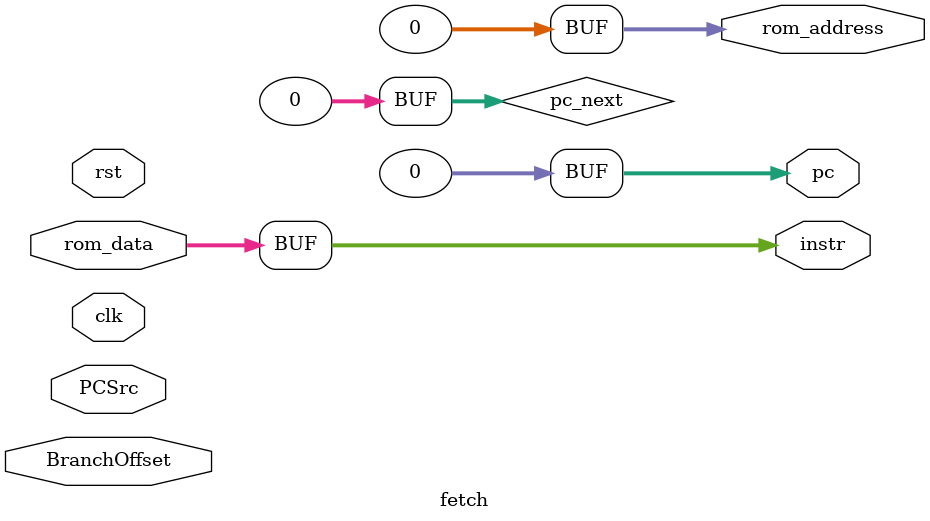
<source format=v>
`ifndef FETCH
`define FETCH

module fetch (
    input clk,                    // Clock signal
    input rst,                    // Reset signal
    input signed [31:0] BranchOffset,    // Branch address to jump to if needed
    input [31:0] rom_data,

    input PCSrc,

    output [31:0] rom_address,

    output reg [31:0] pc = 32'b0, // Register for the address of the next instruction (10-bit address for 1024 registers)
    output wire [31:0] instr      // Instruction fetched from memory
);

    reg [31:0] pc_next = 32'b0;

    always @(posedge clk or posedge rst)
    begin
        if (rst)
            pc_next <= 0;
        else
            pc_next <= PCSrc ? (pc + BranchOffset) : (pc+4); // Use non-blocking assignment here

        // Use the PC to fetch the instruction from instr_memory
    end

    assign pc = pc_next;
    assign instr = rom_data;
    assign rom_address = pc;

endmodule

`endif
</source>
